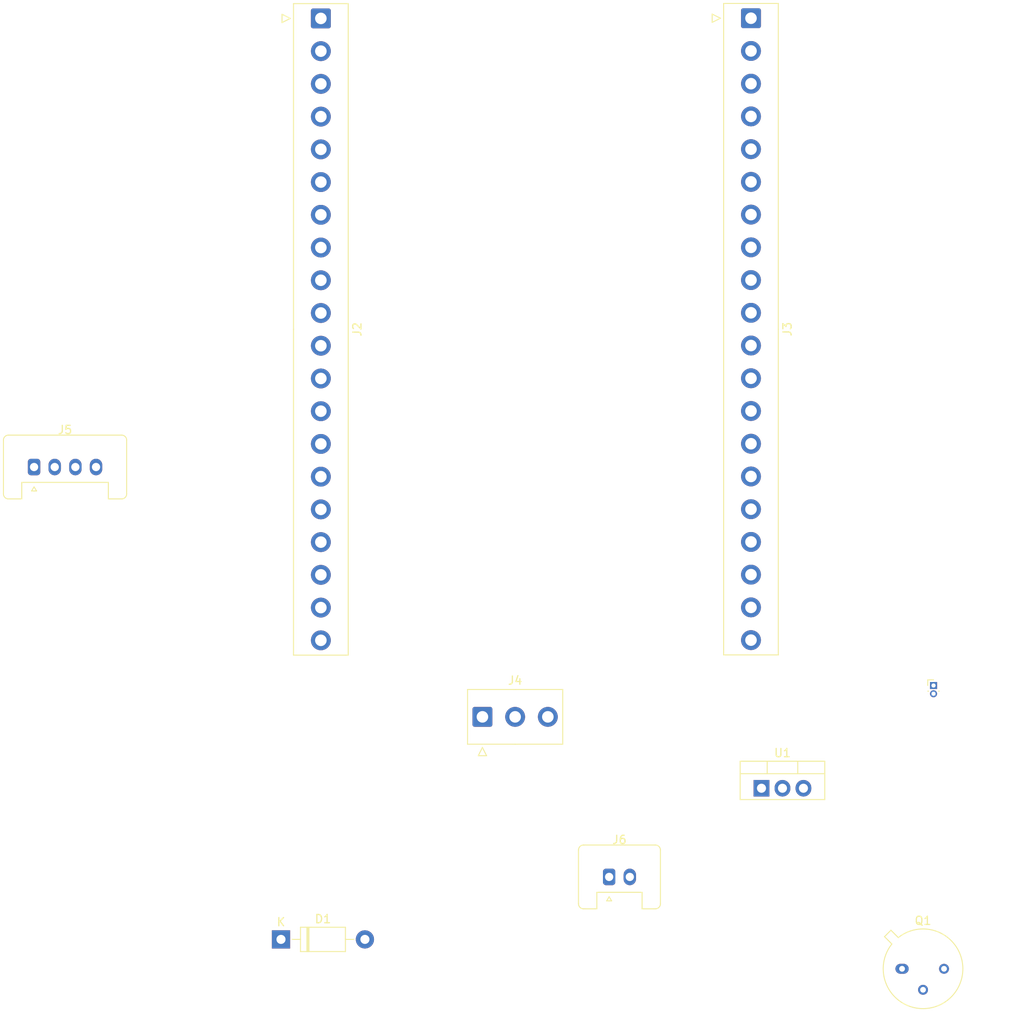
<source format=kicad_pcb>
(kicad_pcb (version 20240108) (generator "pcbnew") (generator_version "8.0")
  (layers (0 "F.Cu" signal) (31 "B.Cu" signal) (34 "B.Paste" user) (35 "F.Paste" user) (36 "B.SilkS" user "B.Silkscreen") (37 "F.SilkS" user "F.Silkscreen") (38 "B.Mask" user) (39 "F.Mask" user) (44 "Edge.Cuts" user))
  (net 0 "")
  (net 5 "/3.3")
  (net 15 "pH sen. input")
  (net 36 "/Vbatt")
  (net 37 "SDA")
  (net 38 "SCL")
  (net 39 "/9V enclosure")
  (net 40 "Net-(D1-A)")
  (net 41 "GND")
  (net 42 "/IO26")
  (net 43 "Net-(Q1-B)")
  (footprint "Connector_Stocko:Stocko_MKS_1654-6-0-404_1x4_P2.50mm_Vertical" (layer "F.Cu") (at 91.774 80.264)
    (property "Reference" "J5" (at 3.75 -4.5 0) (layer "F.SilkS"))
    (property "Value" "OLED Screen")
    (fp_line (start -3.71 -3.25) (end -3.71 3.25) (stroke (width 0.12)) (layer "F.SilkS"))
    (fp_line (start -3.1 -3.86) (end 10.6 -3.86) (stroke (width 0.12)) (layer "F.SilkS"))
    (fp_line (start -3.1 3.86) (end -1.49 3.86) (stroke (width 0.12)) (layer "F.SilkS"))
    (fp_line (start -1.49 1.86) (end 8.99 1.86) (stroke (width 0.12)) (layer "F.SilkS"))
    (fp_line (start -1.49 3.86) (end -1.49 1.86) (stroke (width 0.12)) (layer "F.SilkS"))
    (fp_line (start -0.3 2.9) (end 0.3 2.9) (stroke (width 0.12)) (layer "F.SilkS"))
    (fp_line (start 0 2.4) (end -0.3 2.9) (stroke (width 0.12)) (layer "F.SilkS"))
    (fp_line (start 0.3 2.9) (end 0 2.4) (stroke (width 0.12)) (layer "F.SilkS"))
    (fp_line (start 8.99 3.86) (end 8.99 1.86) (stroke (width 0.12)) (layer "F.SilkS"))
    (fp_line (start 10.6 3.86) (end 8.99 3.86) (stroke (width 0.12)) (layer "F.SilkS"))
    (fp_line (start 11.21 -3.25) (end 11.21 3.25) (stroke (width 0.12)) (layer "F.SilkS"))
    (fp_arc (start -3.71 -3.25) (mid -3.531335 -3.681335) (end -3.1 -3.86) (stroke (width 0.12)) (layer "F.SilkS"))
    (fp_arc (start -3.1 3.86) (mid -3.531335 3.681335) (end -3.71 3.25) (stroke (width 0.12)) (layer "F.SilkS"))
    (fp_arc (start 10.6 -3.86) (mid 11.031335 -3.681335) (end 11.21 -3.25) (stroke (width 0.12)) (layer "F.SilkS"))
    (fp_arc (start 11.21 3.25) (mid 11.031335 3.681335) (end 10.6 3.86) (stroke (width 0.12)) (layer "F.SilkS"))
    (pad "1" thru_hole roundrect (at 0 0) (size 1.5 2) (drill 1) (layers "*.Cu" "*.Mask") (net 5 "/3.3"))
    (pad "2" thru_hole oval (at 2.5 0) (size 1.5 2) (drill 1) (layers "*.Cu" "*.Mask") (net 41 "GND"))
    (pad "3" thru_hole oval (at 5 0) (size 1.5 2) (drill 1) (layers "*.Cu" "*.Mask") (net 38 "SCL"))
    (pad "4" thru_hole oval (at 7.5 0) (size 1.5 2) (drill 1) (layers "*.Cu" "*.Mask") (net 37 "SDA"))
  )
  (footprint "Diode_THT:D_DO-41_SOD81_P10.16mm_Horizontal" (layer "F.Cu") (at 121.666 137.414)
    (property "Reference" "D1" (at 5.08 -2.47 0) (layer "F.SilkS"))
    (property "Value" "1N4007")
    (fp_line (start 1.34 0) (end 2.36 0) (stroke (width 0.12)) (layer "F.SilkS"))
    (fp_line (start 2.36 -1.47) (end 2.36 1.47) (stroke (width 0.12)) (layer "F.SilkS"))
    (fp_line (start 2.36 1.47) (end 7.8 1.47) (stroke (width 0.12)) (layer "F.SilkS"))
    (fp_line (start 3.14 -1.47) (end 3.14 1.47) (stroke (width 0.12)) (layer "F.SilkS"))
    (fp_line (start 3.26 -1.47) (end 3.26 1.47) (stroke (width 0.12)) (layer "F.SilkS"))
    (fp_line (start 3.38 -1.47) (end 3.38 1.47) (stroke (width 0.12)) (layer "F.SilkS"))
    (fp_line (start 7.8 -1.47) (end 2.36 -1.47) (stroke (width 0.12)) (layer "F.SilkS"))
    (fp_line (start 7.8 1.47) (end 7.8 -1.47) (stroke (width 0.12)) (layer "F.SilkS"))
    (fp_line (start 8.82 0) (end 7.8 0) (stroke (width 0.12)) (layer "F.SilkS"))
    (fp_text user "K" (at 0 -2.1 0) (layer "F.SilkS"))
    (pad "1" thru_hole rect (at 0 0) (size 2.2 2.2) (drill 1.1) (layers "*.Cu" "*.Mask") (net 36 "/Vbatt"))
    (pad "2" thru_hole oval (at 10.16 0) (size 2.2 2.2) (drill 1.1) (layers "*.Cu" "*.Mask") (net 40 "Net-(D1-A)"))
  )
  (footprint "Connector_TE-Connectivity:TE_2-826576-0_1x20_P3.96mm_Vertical" (layer "F.Cu") (at 178.562 25.966 -90)
    (property "Reference" "J3" (at 37.62 -4.4 -90) (layer "F.SilkS"))
    (property "Value" "Conn_01x20_MountingPin")
    (fp_line (start -0.5 4.7) (end 0 3.7) (stroke (width 0.12)) (layer "F.SilkS"))
    (fp_line (start 0.5 4.7) (end -0.5 4.7) (stroke (width 0.12)) (layer "F.SilkS"))
    (fp_line (start 0 3.7) (end 0.5 4.7) (stroke (width 0.12)) (layer "F.SilkS"))
    (fp_line (start -1.79 3.31) (end 37.62 3.31) (stroke (width 0.12)) (layer "F.SilkS"))
    (fp_line (start 77.03 3.31) (end 37.62 3.31) (stroke (width 0.12)) (layer "F.SilkS"))
    (fp_line (start -1.79 -3.31) (end -1.79 3.31) (stroke (width 0.12)) (layer "F.SilkS"))
    (fp_line (start 37.62 -3.31) (end -1.79 -3.31) (stroke (width 0.12)) (layer "F.SilkS"))
    (fp_line (start 37.62 -3.31) (end 77.03 -3.31) (stroke (width 0.12)) (layer "F.SilkS"))
    (fp_line (start 77.03 -3.31) (end 77.03 3.31) (stroke (width 0.12)) (layer "F.SilkS"))
    (pad "1" thru_hole roundrect (at 0 0 270) (size 2.4 2.4) (drill 1.4) (layers "*.Cu" "*.Mask") (roundrect_rratio 0.104167))
    (pad "2" thru_hole circle (at 3.96 0 270) (size 2.4 2.4) (drill 1.4) (layers "*.Cu" "*.Mask"))
    (pad "3" thru_hole circle (at 7.92 0 270) (size 2.4 2.4) (drill 1.4) (layers "*.Cu" "*.Mask"))
    (pad "4" thru_hole circle (at 11.88 0 270) (size 2.4 2.4) (drill 1.4) (layers "*.Cu" "*.Mask"))
    (pad "5" thru_hole circle (at 15.84 0 270) (size 2.4 2.4) (drill 1.4) (layers "*.Cu" "*.Mask"))
    (pad "6" thru_hole circle (at 19.8 0 270) (size 2.4 2.4) (drill 1.4) (layers "*.Cu" "*.Mask"))
    (pad "7" thru_hole circle (at 23.76 0 270) (size 2.4 2.4) (drill 1.4) (layers "*.Cu" "*.Mask"))
    (pad "8" thru_hole circle (at 27.72 0 270) (size 2.4 2.4) (drill 1.4) (layers "*.Cu" "*.Mask"))
    (pad "9" thru_hole circle (at 31.68 0 270) (size 2.4 2.4) (drill 1.4) (layers "*.Cu" "*.Mask"))
    (pad "10" thru_hole circle (at 35.64 0 270) (size 2.4 2.4) (drill 1.4) (layers "*.Cu" "*.Mask"))
    (pad "11" thru_hole circle (at 39.6 0 270) (size 2.4 2.4) (drill 1.4) (layers "*.Cu" "*.Mask"))
    (pad "12" thru_hole circle (at 43.56 0 270) (size 2.4 2.4) (drill 1.4) (layers "*.Cu" "*.Mask"))
    (pad "13" thru_hole circle (at 47.52 0 270) (size 2.4 2.4) (drill 1.4) (layers "*.Cu" "*.Mask"))
    (pad "14" thru_hole circle (at 51.48 0 270) (size 2.4 2.4) (drill 1.4) (layers "*.Cu" "*.Mask"))
    (pad "15" thru_hole circle (at 55.44 0 270) (size 2.4 2.4) (drill 1.4) (layers "*.Cu" "*.Mask"))
    (pad "16" thru_hole circle (at 59.4 0 270) (size 2.4 2.4) (drill 1.4) (layers "*.Cu" "*.Mask"))
    (pad "17" thru_hole circle (at 63.36 0 270) (size 2.4 2.4) (drill 1.4) (layers "*.Cu" "*.Mask") (net 42 "/IO26"))
    (pad "18" thru_hole circle (at 67.32 0 270) (size 2.4 2.4) (drill 1.4) (layers "*.Cu" "*.Mask"))
    (pad "19" thru_hole circle (at 71.28 0 270) (size 2.4 2.4) (drill 1.4) (layers "*.Cu" "*.Mask"))
    (pad "20" thru_hole circle (at 75.24 0 270) (size 2.4 2.4) (drill 1.4) (layers "*.Cu" "*.Mask") (net 41 "GND"))
  )
  (footprint "Connector_TE-Connectivity:TE_2-826576-0_1x20_P3.96mm_Vertical" (layer "F.Cu") (at 126.492 25.99 -90)
    (property "Reference" "J2" (at 37.62 -4.4 -90) (layer "F.SilkS"))
    (property "Value" "Conn_01x20_MountingPin")
    (fp_line (start -0.5 4.7) (end 0 3.7) (stroke (width 0.12)) (layer "F.SilkS"))
    (fp_line (start 0.5 4.7) (end -0.5 4.7) (stroke (width 0.12)) (layer "F.SilkS"))
    (fp_line (start 0 3.7) (end 0.5 4.7) (stroke (width 0.12)) (layer "F.SilkS"))
    (fp_line (start -1.79 3.31) (end 37.62 3.31) (stroke (width 0.12)) (layer "F.SilkS"))
    (fp_line (start 77.03 3.31) (end 37.62 3.31) (stroke (width 0.12)) (layer "F.SilkS"))
    (fp_line (start -1.79 -3.31) (end -1.79 3.31) (stroke (width 0.12)) (layer "F.SilkS"))
    (fp_line (start 37.62 -3.31) (end -1.79 -3.31) (stroke (width 0.12)) (layer "F.SilkS"))
    (fp_line (start 37.62 -3.31) (end 77.03 -3.31) (stroke (width 0.12)) (layer "F.SilkS"))
    (fp_line (start 77.03 -3.31) (end 77.03 3.31) (stroke (width 0.12)) (layer "F.SilkS"))
    (pad "1" thru_hole roundrect (at 0 0 270) (size 2.4 2.4) (drill 1.4) (layers "*.Cu" "*.Mask") (roundrect_rratio 0.104167))
    (pad "2" thru_hole circle (at 3.96 0 270) (size 2.4 2.4) (drill 1.4) (layers "*.Cu" "*.Mask"))
    (pad "3" thru_hole circle (at 7.92 0 270) (size 2.4 2.4) (drill 1.4) (layers "*.Cu" "*.Mask"))
    (pad "4" thru_hole circle (at 11.88 0 270) (size 2.4 2.4) (drill 1.4) (layers "*.Cu" "*.Mask"))
    (pad "5" thru_hole circle (at 15.84 0 270) (size 2.4 2.4) (drill 1.4) (layers "*.Cu" "*.Mask"))
    (pad "6" thru_hole circle (at 19.8 0 270) (size 2.4 2.4) (drill 1.4) (layers "*.Cu" "*.Mask"))
    (pad "7" thru_hole circle (at 23.76 0 270) (size 2.4 2.4) (drill 1.4) (layers "*.Cu" "*.Mask"))
    (pad "8" thru_hole circle (at 27.72 0 270) (size 2.4 2.4) (drill 1.4) (layers "*.Cu" "*.Mask") (net 37 "SDA"))
    (pad "9" thru_hole circle (at 31.68 0 270) (size 2.4 2.4) (drill 1.4) (layers "*.Cu" "*.Mask") (net 38 "SCL"))
    (pad "10" thru_hole circle (at 35.64 0 270) (size 2.4 2.4) (drill 1.4) (layers "*.Cu" "*.Mask"))
    (pad "11" thru_hole circle (at 39.6 0 270) (size 2.4 2.4) (drill 1.4) (layers "*.Cu" "*.Mask"))
    (pad "12" thru_hole circle (at 43.56 0 270) (size 2.4 2.4) (drill 1.4) (layers "*.Cu" "*.Mask"))
    (pad "13" thru_hole circle (at 47.52 0 270) (size 2.4 2.4) (drill 1.4) (layers "*.Cu" "*.Mask"))
    (pad "14" thru_hole circle (at 51.48 0 270) (size 2.4 2.4) (drill 1.4) (layers "*.Cu" "*.Mask"))
    (pad "15" thru_hole circle (at 55.44 0 270) (size 2.4 2.4) (drill 1.4) (layers "*.Cu" "*.Mask"))
    (pad "16" thru_hole circle (at 59.4 0 270) (size 2.4 2.4) (drill 1.4) (layers "*.Cu" "*.Mask"))
    (pad "17" thru_hole circle (at 63.36 0 270) (size 2.4 2.4) (drill 1.4) (layers "*.Cu" "*.Mask") (net 15 "pH sen. input"))
    (pad "18" thru_hole circle (at 67.32 0 270) (size 2.4 2.4) (drill 1.4) (layers "*.Cu" "*.Mask"))
    (pad "19" thru_hole circle (at 71.28 0 270) (size 2.4 2.4) (drill 1.4) (layers "*.Cu" "*.Mask") (net 5 "/3.3"))
    (pad "20" thru_hole circle (at 75.24 0 270) (size 2.4 2.4) (drill 1.4) (layers "*.Cu" "*.Mask") (net 41 "GND"))
  )
  (footprint "Connector_Stocko:Stocko_MKS_1651-6-0-202_1x2_P2.50mm_Vertical" (layer "F.Cu") (at 161.39 129.856)
    (property "Reference" "J6" (at 1.25 -4.5 0) (layer "F.SilkS"))
    (property "Value" "Conn_01x02_MountingPin")
    (fp_line (start -3.71 -3.25) (end -3.71 3.25) (stroke (width 0.12)) (layer "F.SilkS"))
    (fp_line (start -3.1 -3.86) (end 5.6 -3.86) (stroke (width 0.12)) (layer "F.SilkS"))
    (fp_line (start -3.1 3.86) (end -1.49 3.86) (stroke (width 0.12)) (layer "F.SilkS"))
    (fp_line (start -1.49 1.86) (end 3.99 1.86) (stroke (width 0.12)) (layer "F.SilkS"))
    (fp_line (start -1.49 3.86) (end -1.49 1.86) (stroke (width 0.12)) (layer "F.SilkS"))
    (fp_line (start -0.3 2.9) (end 0.3 2.9) (stroke (width 0.12)) (layer "F.SilkS"))
    (fp_line (start 0 2.4) (end -0.3 2.9) (stroke (width 0.12)) (layer "F.SilkS"))
    (fp_line (start 0.3 2.9) (end 0 2.4) (stroke (width 0.12)) (layer "F.SilkS"))
    (fp_line (start 3.99 3.86) (end 3.99 1.86) (stroke (width 0.12)) (layer "F.SilkS"))
    (fp_line (start 5.6 3.86) (end 3.99 3.86) (stroke (width 0.12)) (layer "F.SilkS"))
    (fp_line (start 6.21 -3.25) (end 6.21 3.25) (stroke (width 0.12)) (layer "F.SilkS"))
    (fp_arc (start -3.71 -3.25) (mid -3.531335 -3.681335) (end -3.1 -3.86) (stroke (width 0.12)) (layer "F.SilkS"))
    (fp_arc (start -3.1 3.86) (mid -3.531335 3.681335) (end -3.71 3.25) (stroke (width 0.12)) (layer "F.SilkS"))
    (fp_arc (start 5.6 -3.86) (mid 6.031335 -3.681335) (end 6.21 -3.25) (stroke (width 0.12)) (layer "F.SilkS"))
    (fp_arc (start 6.21 3.25) (mid 6.031335 3.681335) (end 5.6 3.86) (stroke (width 0.12)) (layer "F.SilkS"))
    (pad "1" thru_hole roundrect (at 0 0) (size 1.5 2) (drill 1) (layers "*.Cu" "*.Mask") (net 36 "/Vbatt"))
    (pad "2" thru_hole oval (at 2.5 0) (size 1.5 2) (drill 1) (layers "*.Cu" "*.Mask") (net 40 "Net-(D1-A)"))
  )
  (footprint "Connector_PinHeader_1.00mm:PinHeader_1x20_P1.00mm_Vertical" (layer "F.Cu") (at 200.66 106.696)
    (property "Reference" "J1" (hide yes))
    (property "Value" "Voltage 9 ->5 regulator")
    (fp_line (start -0.695 -0.685) (end 0 -0.685) (stroke (width 0.12)) (layer "F.SilkS"))
    (fp_line (start -0.695 0) (end -0.695 -0.685) (stroke (width 0.12)) (layer "F.SilkS"))
    (fp_line (start -0.695 0.685) (end -0.608276 0.685) (stroke (width 0.12)) (layer "F.SilkS"))
    (fp_line (start 0.608276 0.685) (end 0.695 0.685) (stroke (width 0.12)) (layer "F.SilkS"))
    (pad "1" thru_hole rect (at 0 0) (size 0.85 0.85) (drill 0.5) (layers "*.Cu" "*.Mask") (net 36 "/Vbatt"))
    (pad "2" thru_hole oval (at 0 1) (size 0.85 0.85) (drill 0.5) (layers "*.Cu" "*.Mask") (net 41 "GND"))
  )
  (footprint "Package_TO_SOT_THT:TO-220-3_Vertical" (layer "F.Cu") (at 179.832 119.126)
    (property "Reference" "U1" (at 2.54 -4.27 0) (layer "F.SilkS"))
    (property "Value" "LM7805_TO220")
    (fp_line (start -2.58 -3.27) (end -2.58 1.371) (stroke (width 0.12)) (layer "F.SilkS"))
    (fp_line (start -2.58 -3.27) (end 7.66 -3.27) (stroke (width 0.12)) (layer "F.SilkS"))
    (fp_line (start -2.58 -1.76) (end 7.66 -1.76) (stroke (width 0.12)) (layer "F.SilkS"))
    (fp_line (start -2.58 1.371) (end 7.66 1.371) (stroke (width 0.12)) (layer "F.SilkS"))
    (fp_line (start 0.69 -3.27) (end 0.69 -1.76) (stroke (width 0.12)) (layer "F.SilkS"))
    (fp_line (start 4.391 -3.27) (end 4.391 -1.76) (stroke (width 0.12)) (layer "F.SilkS"))
    (fp_line (start 7.66 -3.27) (end 7.66 1.371) (stroke (width 0.12)) (layer "F.SilkS"))
    (pad "1" thru_hole rect (at 0 0) (size 1.905 2) (drill 1.1) (layers "*.Cu" "*.Mask") (net 39 "/9V enclosure"))
    (pad "2" thru_hole oval (at 2.54 0) (size 1.905 2) (drill 1.1) (layers "*.Cu" "*.Mask") (net 41 "GND"))
    (pad "3" thru_hole oval (at 5.08 0) (size 1.905 2) (drill 1.1) (layers "*.Cu" "*.Mask") (net 36 "/Vbatt"))
  )
  (footprint "Connector_TE-Connectivity:TE_826576-3_1x03_P3.96mm_Vertical" (layer "F.Cu") (at 146.05 110.49)
    (property "Reference" "J4" (at 3.96 -4.4 0) (layer "F.SilkS"))
    (property "Value" "pH Sensor")
    (fp_line (start -1.8 -3.31) (end -1.8 3.31) (stroke (width 0.12)) (layer "F.SilkS"))
    (fp_line (start -1.8 3.31) (end 3.96 3.31) (stroke (width 0.12)) (layer "F.SilkS"))
    (fp_line (start -0.5 4.7) (end 0 3.7) (stroke (width 0.12)) (layer "F.SilkS"))
    (fp_line (start 0 3.7) (end 0.5 4.7) (stroke (width 0.12)) (layer "F.SilkS"))
    (fp_line (start 0.5 4.7) (end -0.5 4.7) (stroke (width 0.12)) (layer "F.SilkS"))
    (fp_line (start 3.96 -3.31) (end -1.8 -3.31) (stroke (width 0.12)) (layer "F.SilkS"))
    (fp_line (start 3.96 -3.31) (end 9.72 -3.31) (stroke (width 0.12)) (layer "F.SilkS"))
    (fp_line (start 9.72 -3.31) (end 9.72 3.31) (stroke (width 0.12)) (layer "F.SilkS"))
    (fp_line (start 9.72 3.31) (end 3.96 3.31) (stroke (width 0.12)) (layer "F.SilkS"))
    (pad "1" thru_hole roundrect (at 0 0) (size 2.4 2.4) (drill 1.4) (layers "*.Cu" "*.Mask") (roundrect_rratio 0.104167) (net 41 "GND"))
    (pad "2" thru_hole circle (at 3.96 0) (size 2.4 2.4) (drill 1.4) (layers "*.Cu" "*.Mask") (net 5 "/3.3"))
    (pad "3" thru_hole circle (at 7.92 0) (size 2.4 2.4) (drill 1.4) (layers "*.Cu" "*.Mask") (net 15 "pH sen. input"))
  )
  (footprint "Package_TO_SOT_THT:TO-39-3" (layer "F.Cu") (at 196.85 140.97)
    (property "Reference" "Q1" (at 2.54 -5.82 0) (layer "F.SilkS"))
    (property "Value" "2N2219")
    (fp_line (start -2.125856 -3.888039) (end -1.234902 -2.997084) (stroke (width 0.12)) (layer "F.SilkS"))
    (fp_line (start -1.348039 -4.665856) (end -2.125856 -3.888039) (stroke (width 0.12)) (layer "F.SilkS"))
    (fp_line (start -0.457084 -3.774902) (end -1.348039 -4.665856) (stroke (width 0.12)) (layer "F.SilkS"))
    (fp_arc (start -0.457084 -3.774902) (mid 5.948125 3.408384) (end -1.234674 -2.997371) (stroke (width 0.12)) (layer "F.SilkS"))
    (pad "1" thru_hole oval (at 0 0) (size 1.6 1.2) (drill 0.7) (layers "*.Cu" "*.Mask") (net 41 "GND"))
    (pad "2" thru_hole oval (at 2.54 2.54) (size 1.2 1.2) (drill 0.7) (layers "*.Cu" "*.Mask") (net 43 "Net-(Q1-B)"))
    (pad "3" thru_hole oval (at 5.08 0) (size 1.2 1.2) (drill 0.7) (layers "*.Cu" "*.Mask") (net 40 "Net-(D1-A)"))
  )
)
</source>
